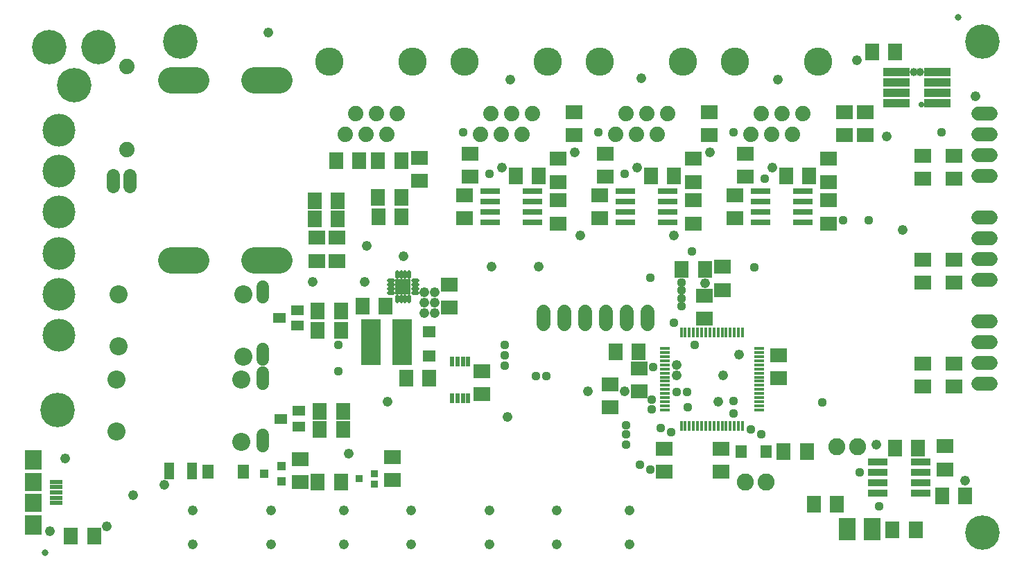
<source format=gts>
G75*
G70*
%OFA0B0*%
%FSLAX24Y24*%
%IPPOS*%
%LPD*%
%AMOC8*
5,1,8,0,0,1.08239X$1,22.5*
%
%ADD10R,0.0710X0.0790*%
%ADD11R,0.0789X0.0710*%
%ADD12R,0.0710X0.0789*%
%ADD13C,0.0740*%
%ADD14C,0.0600*%
%ADD15C,0.0680*%
%ADD16R,0.0946X0.0316*%
%ADD17R,0.0790X0.0710*%
%ADD18C,0.1580*%
%ADD19C,0.1261*%
%ADD20C,0.1655*%
%ADD21C,0.0867*%
%ADD22R,0.0631X0.0474*%
%ADD23C,0.0630*%
%ADD24C,0.1360*%
%ADD25R,0.1261X0.0434*%
%ADD26C,0.0395*%
%ADD27C,0.0277*%
%ADD28R,0.0950X0.0320*%
%ADD29R,0.0848X0.1064*%
%ADD30R,0.0167X0.0474*%
%ADD31R,0.0474X0.0167*%
%ADD32R,0.0552X0.0631*%
%ADD33R,0.0631X0.0552*%
%ADD34C,0.0190*%
%ADD35R,0.0741X0.0741*%
%ADD36R,0.0434X0.0395*%
%ADD37R,0.0356X0.0356*%
%ADD38R,0.0580X0.0659*%
%ADD39R,0.0474X0.0789*%
%ADD40R,0.0926X0.2245*%
%ADD41R,0.0631X0.0237*%
%ADD42R,0.0828X0.0867*%
%ADD43R,0.0828X0.0946*%
%ADD44R,0.0237X0.0513*%
%ADD45C,0.0330*%
%ADD46C,0.0820*%
%ADD47C,0.0476*%
%ADD48C,0.0440*%
%ADD49C,0.1661*%
D10*
X028234Y015256D03*
X029354Y015256D03*
X040108Y017867D03*
X041228Y017867D03*
X041323Y020412D03*
X040203Y020412D03*
X040203Y021273D03*
X041323Y021273D03*
X044358Y022867D03*
X045478Y022867D03*
X041223Y025162D03*
X040103Y025162D03*
X040103Y026117D03*
X041223Y026117D03*
X041073Y030523D03*
X043029Y030648D03*
X042998Y031568D03*
X044118Y031568D03*
X044148Y030648D03*
X039953Y030523D03*
X042998Y033318D03*
X044118Y033318D03*
X057608Y028117D03*
X058728Y028117D03*
X062498Y019318D03*
X063618Y019318D03*
X063953Y016787D03*
X065073Y016787D03*
X067748Y015568D03*
X068868Y015568D03*
D11*
X059513Y018361D03*
X059513Y019463D03*
X056763Y019463D03*
X056763Y018361D03*
X054176Y021479D03*
X054176Y022581D03*
X048013Y022111D03*
X048013Y023213D03*
X046433Y026267D03*
X046433Y027369D03*
X040058Y028517D03*
X040058Y029619D03*
X045013Y032361D03*
X045013Y033463D03*
X052418Y034566D03*
X052418Y035668D03*
X058918Y035668D03*
X058918Y034566D03*
X065418Y034566D03*
X066418Y034566D03*
X066418Y035668D03*
X065418Y035668D03*
X058713Y026824D03*
X058713Y025721D03*
X062263Y023963D03*
X062263Y022861D03*
D12*
X055547Y024130D03*
X054444Y024130D03*
X043359Y026318D03*
X042257Y026318D03*
X041064Y031412D03*
X039961Y031412D03*
X041007Y033318D03*
X042109Y033318D03*
X049617Y032617D03*
X050719Y032617D03*
X056117Y032617D03*
X057219Y032617D03*
X062617Y032617D03*
X063719Y032617D03*
X066757Y038568D03*
X067859Y038568D03*
X067867Y019492D03*
X068969Y019492D03*
X070132Y017193D03*
X071234Y017193D03*
D13*
X030918Y033867D03*
X030918Y037867D03*
X041418Y034617D03*
X042418Y034617D03*
X043418Y034617D03*
X042918Y035617D03*
X041918Y035617D03*
X043918Y035617D03*
X047918Y034617D03*
X048918Y034617D03*
X049918Y034617D03*
X049418Y035617D03*
X048418Y035617D03*
X050418Y035617D03*
X054418Y034617D03*
X055418Y034617D03*
X056418Y034617D03*
X055918Y035617D03*
X054918Y035617D03*
X056918Y035617D03*
X060918Y034617D03*
X061918Y034617D03*
X062918Y034617D03*
X062418Y035617D03*
X061418Y035617D03*
X063418Y035617D03*
D14*
X037463Y027283D02*
X037463Y026763D01*
X037463Y024283D02*
X037463Y023763D01*
X037471Y023127D02*
X037471Y022607D01*
X037471Y020127D02*
X037471Y019607D01*
D15*
X050963Y025473D02*
X050963Y026073D01*
X051963Y026073D02*
X051963Y025473D01*
X052963Y025473D02*
X052963Y026073D01*
X053963Y026073D02*
X053963Y025473D01*
X054963Y025473D02*
X054963Y026073D01*
X055963Y026073D02*
X055963Y025473D01*
X071868Y025617D02*
X072468Y025617D01*
X072468Y024617D02*
X071868Y024617D01*
X071868Y023617D02*
X072468Y023617D01*
X072468Y022617D02*
X071868Y022617D01*
X071868Y027617D02*
X072468Y027617D01*
X072468Y028617D02*
X071868Y028617D01*
X071868Y029617D02*
X072468Y029617D01*
X072468Y030617D02*
X071868Y030617D01*
X071868Y032617D02*
X072468Y032617D01*
X072468Y033617D02*
X071868Y033617D01*
X071868Y034617D02*
X072468Y034617D01*
X072468Y035617D02*
X071868Y035617D01*
D16*
X063442Y031867D03*
X063442Y031367D03*
X063442Y030867D03*
X063442Y030367D03*
X061395Y030367D03*
X061395Y030867D03*
X061395Y031367D03*
X061395Y031867D03*
X056942Y031867D03*
X056942Y031367D03*
X056942Y030867D03*
X056942Y030367D03*
X054895Y030367D03*
X054895Y030867D03*
X054895Y031367D03*
X054895Y031867D03*
X050442Y031867D03*
X050442Y031367D03*
X050442Y030867D03*
X050442Y030367D03*
X048395Y030367D03*
X048395Y030867D03*
X048395Y031367D03*
X048395Y031867D03*
D17*
X047418Y032557D03*
X047168Y031677D03*
X047168Y030557D03*
X051668Y030307D03*
X053668Y030557D03*
X053668Y031677D03*
X053918Y032557D03*
X051668Y032307D03*
X051668Y031427D03*
X051668Y033427D03*
X053918Y033677D03*
X058168Y033427D03*
X058168Y032307D03*
X058168Y031427D03*
X060168Y031677D03*
X060668Y032557D03*
X060668Y033677D03*
X064668Y033427D03*
X064668Y032307D03*
X064668Y031427D03*
X064668Y030307D03*
X069213Y028582D03*
X070713Y028582D03*
X070713Y027463D03*
X069213Y027463D03*
X069213Y023582D03*
X070713Y023582D03*
X070713Y022463D03*
X069213Y022463D03*
X070263Y019597D03*
X070263Y018477D03*
X055551Y022220D03*
X055551Y023340D03*
X059563Y027102D03*
X059563Y028222D03*
X060168Y030557D03*
X058168Y030307D03*
X047418Y033677D03*
X041043Y029627D03*
X041043Y028508D03*
X043713Y019082D03*
X043713Y017963D03*
X039263Y017852D03*
X039263Y018972D03*
X069213Y032463D03*
X070713Y032463D03*
X070713Y033582D03*
X069213Y033582D03*
D18*
X027668Y032820D03*
X027668Y034788D03*
X027668Y030851D03*
X027668Y028883D03*
X027668Y026914D03*
X027668Y024946D03*
D19*
X033078Y028536D02*
X034259Y028536D01*
X037078Y028536D02*
X038259Y028536D01*
X038259Y037198D02*
X037078Y037198D01*
X034259Y037198D02*
X033078Y037198D01*
D20*
X029562Y038814D03*
X027200Y038814D03*
X028400Y036963D03*
D21*
X030521Y026904D03*
X030521Y024404D03*
X030440Y022804D03*
X030440Y020304D03*
X036440Y019804D03*
X036440Y022804D03*
X036521Y023904D03*
X036521Y026904D03*
D22*
X038280Y025773D03*
X039147Y026147D03*
X039147Y025399D03*
X039196Y021286D03*
X038330Y020912D03*
X039196Y020538D03*
D23*
X031068Y032092D02*
X031068Y032642D01*
X030268Y032642D02*
X030268Y032092D01*
D24*
X040668Y038117D03*
X044668Y038117D03*
X047168Y038117D03*
X051168Y038117D03*
X053668Y038117D03*
X057668Y038117D03*
X060168Y038117D03*
X064168Y038117D03*
D25*
X067934Y037617D03*
X067934Y037117D03*
X067934Y036617D03*
X067934Y036117D03*
X069902Y036117D03*
X069902Y036617D03*
X069902Y037117D03*
X069902Y037617D03*
D26*
X069076Y037617D03*
X068761Y037617D03*
D27*
X069115Y036021D03*
D28*
X069088Y018818D03*
X069088Y018318D03*
X069088Y017818D03*
X069088Y017318D03*
X067028Y017318D03*
X067028Y017818D03*
X067028Y018318D03*
X067028Y018818D03*
D29*
X066769Y015617D03*
X065568Y015617D03*
D30*
X060534Y020554D03*
X060337Y020554D03*
X060141Y020554D03*
X059944Y020554D03*
X059747Y020554D03*
X059550Y020554D03*
X059353Y020554D03*
X059156Y020554D03*
X058960Y020554D03*
X058763Y020554D03*
X058566Y020554D03*
X058369Y020554D03*
X058172Y020554D03*
X057975Y020554D03*
X057778Y020554D03*
X057582Y020554D03*
X057582Y025082D03*
X057778Y025082D03*
X057975Y025082D03*
X058172Y025082D03*
X058369Y025082D03*
X058566Y025082D03*
X058763Y025082D03*
X058960Y025082D03*
X059156Y025082D03*
X059353Y025082D03*
X059550Y025082D03*
X059747Y025082D03*
X059944Y025082D03*
X060141Y025082D03*
X060337Y025082D03*
X060534Y025082D03*
D31*
X061322Y024294D03*
X061322Y024097D03*
X061322Y023900D03*
X061322Y023704D03*
X061322Y023507D03*
X061322Y023310D03*
X061322Y023113D03*
X061322Y022916D03*
X061322Y022719D03*
X061322Y022523D03*
X061322Y022326D03*
X061322Y022129D03*
X061322Y021932D03*
X061322Y021735D03*
X061322Y021538D03*
X061322Y021341D03*
X056794Y021341D03*
X056794Y021538D03*
X056794Y021735D03*
X056794Y021932D03*
X056794Y022129D03*
X056794Y022326D03*
X056794Y022523D03*
X056794Y022719D03*
X056794Y022916D03*
X056794Y023113D03*
X056794Y023310D03*
X056794Y023507D03*
X056794Y023704D03*
X056794Y023900D03*
X056794Y024097D03*
X056794Y024294D03*
D32*
X060467Y019318D03*
X061649Y019318D03*
D33*
X045463Y023932D03*
X045463Y025113D03*
D34*
X044509Y026580D02*
X044509Y026804D01*
X044312Y026804D02*
X044312Y026580D01*
X044115Y026580D02*
X044115Y026804D01*
X043918Y026804D02*
X043918Y026580D01*
X043745Y026977D02*
X043521Y026977D01*
X043521Y027174D02*
X043745Y027174D01*
X043745Y027371D02*
X043521Y027371D01*
X043521Y027568D02*
X043745Y027568D01*
X043918Y027741D02*
X043918Y027965D01*
X044115Y027965D02*
X044115Y027741D01*
X044312Y027741D02*
X044312Y027965D01*
X044509Y027965D02*
X044509Y027741D01*
X044682Y027568D02*
X044906Y027568D01*
X044906Y027371D02*
X044682Y027371D01*
X044682Y027174D02*
X044906Y027174D01*
X044906Y026977D02*
X044682Y026977D01*
D35*
X044213Y027273D03*
D36*
X038357Y018647D03*
X037530Y018273D03*
X038357Y017899D03*
D37*
X042099Y018023D03*
X042828Y018278D03*
X042828Y017767D03*
D38*
X036515Y018367D03*
X034822Y018367D03*
D39*
X034064Y018412D03*
X032961Y018412D03*
D40*
X042662Y024617D03*
X044174Y024617D03*
D41*
X027540Y017879D03*
X027540Y017623D03*
X027540Y017367D03*
X027540Y017111D03*
X027540Y016855D03*
D42*
X026418Y016875D03*
X026418Y017859D03*
D43*
X026418Y018942D03*
X026418Y015792D03*
D44*
X046580Y021887D03*
X046836Y021887D03*
X047091Y021887D03*
X047347Y021887D03*
X047347Y023658D03*
X047091Y023658D03*
X046836Y023658D03*
X046580Y023658D03*
D45*
X026991Y014452D03*
X070889Y040239D03*
D46*
X066058Y019568D03*
X065058Y019568D03*
X061668Y017867D03*
X060668Y017867D03*
D47*
X055106Y016492D03*
X051606Y016492D03*
X048356Y016492D03*
X048356Y014867D03*
X051606Y014867D03*
X055106Y014867D03*
X044606Y014867D03*
X041356Y014867D03*
X041356Y016492D03*
X044606Y016492D03*
X041606Y019242D03*
X043481Y021742D03*
X049231Y020992D03*
X053106Y022242D03*
X054856Y022242D03*
X057356Y022992D03*
X057356Y023492D03*
X059606Y022992D03*
X060356Y023992D03*
X059356Y021742D03*
X066981Y019680D03*
X071231Y017930D03*
X058731Y027430D03*
X057231Y029742D03*
X052731Y029742D03*
X050731Y028242D03*
X048481Y028242D03*
X045731Y026992D03*
X045731Y026492D03*
X045231Y026492D03*
X045231Y026992D03*
X045231Y025992D03*
X045731Y025992D03*
X042356Y027492D03*
X044231Y028742D03*
X042481Y029242D03*
X039856Y027492D03*
X048981Y032992D03*
X052481Y033742D03*
X055481Y032992D03*
X058981Y033742D03*
X061981Y032992D03*
X067481Y034492D03*
X071731Y036430D03*
X066043Y038180D03*
X062231Y037242D03*
X055668Y037305D03*
X049356Y037242D03*
X037731Y039492D03*
X068231Y029992D03*
X037856Y016492D03*
X034106Y016492D03*
X032731Y017742D03*
X031231Y017242D03*
X029981Y015742D03*
X027231Y015492D03*
X034106Y014867D03*
X037856Y014867D03*
X027981Y018992D03*
D48*
X041113Y023217D03*
X041113Y024467D03*
X049113Y024467D03*
X049113Y023967D03*
X049113Y023467D03*
X050613Y022967D03*
X051113Y022967D03*
X056238Y023405D03*
X057363Y022217D03*
X057863Y022217D03*
X057901Y021467D03*
X057113Y020280D03*
X056613Y020467D03*
X056176Y021380D03*
X056176Y021842D03*
X054926Y020617D03*
X054926Y020155D03*
X054926Y019655D03*
X055613Y018717D03*
X056113Y018467D03*
X060926Y020405D03*
X061426Y020155D03*
X060113Y021155D03*
X060113Y021780D03*
X064363Y021717D03*
X058238Y024467D03*
X057238Y025530D03*
X057613Y026342D03*
X057613Y026717D03*
X057613Y027092D03*
X057613Y027467D03*
X056113Y027717D03*
X058113Y028967D03*
X061113Y028217D03*
X065363Y030467D03*
X066613Y030467D03*
X061613Y032467D03*
X060113Y034717D03*
X054863Y032717D03*
X053613Y034717D03*
X048363Y032717D03*
X047113Y034717D03*
X070113Y034717D03*
X066176Y018342D03*
X067113Y016717D03*
D49*
X072070Y015436D03*
X027582Y021341D03*
X033487Y039058D03*
X072070Y039058D03*
M02*

</source>
